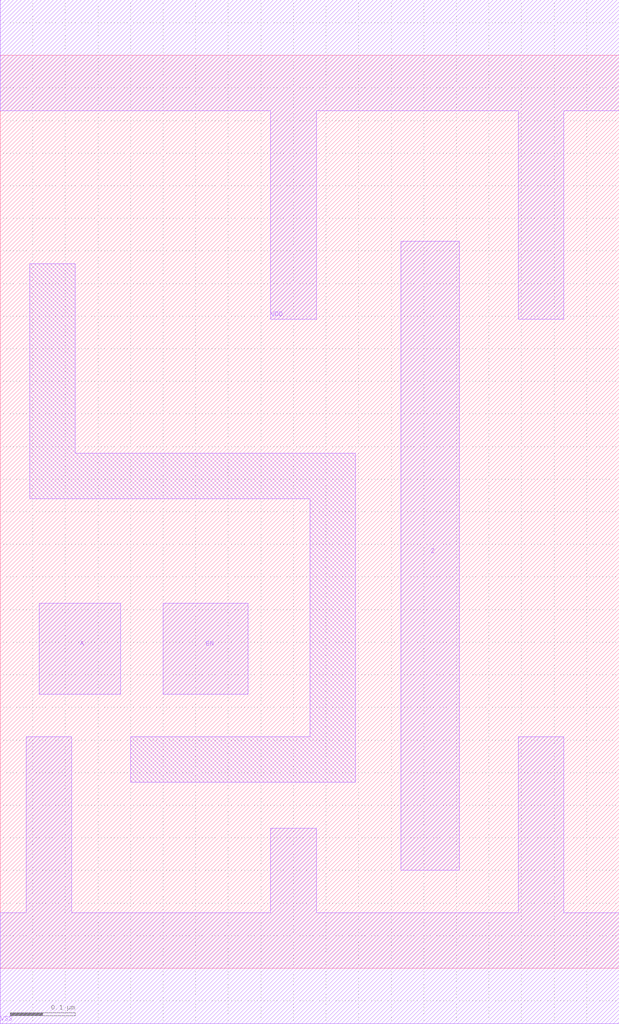
<source format=lef>
# 
# ******************************************************************************
# *                                                                            *
# *                   Copyright (C) 2004-2011, Nangate Inc.                    *
# *                           All rights reserved.                             *
# *                                                                            *
# * Nangate and the Nangate logo are trademarks of Nangate Inc.                *
# *                                                                            *
# * All trademarks, logos, software marks, and trade names (collectively the   *
# * "Marks") in this program are proprietary to Nangate or other respective    *
# * owners that have granted Nangate the right and license to use such Marks.  *
# * You are not permitted to use the Marks without the prior written consent   *
# * of Nangate or such third party that may own the Marks.                     *
# *                                                                            *
# * This file has been provided pursuant to a License Agreement containing     *
# * restrictions on its use. This file contains valuable trade secrets and     *
# * proprietary information of Nangate Inc., and is protected by U.S. and      *
# * international laws and/or treaties.                                        *
# *                                                                            *
# * The copyright notice(s) in this file does not indicate actual or intended  *
# * publication of this file.                                                  *
# *                                                                            *
# *     NGLibraryCreator, v2010.08-HR32-SP3-2010-08-05 - build 1009061800      *
# *                                                                            *
# ******************************************************************************
# 
# 
# Running on server08.nangate.com for user Giancarlo Franciscatto (gfr).
# Local time is now Thu, 6 Jan 2011, 18:10:28.
# Main process id is 3320.

VERSION 5.6 ;
BUSBITCHARS "[]" ;
DIVIDERCHAR "/" ;

MACRO ISO_FENCE1_X4
  CLASS core ;
  FOREIGN ISO_FENCE1_X4 0.0 0.0 ;
  ORIGIN 0 0 ;
  SYMMETRY X Y ;
  SITE FreePDK45_38x28_10R_NP_162NW_34O ;
  SIZE 0.95 BY 1.4 ;
  PIN A
    DIRECTION INPUT ;
    ANTENNAPARTIALMETALAREA 0.0175 LAYER metal1 ;
    ANTENNAPARTIALMETALSIDEAREA 0.0689 LAYER metal1 ;
    ANTENNAGATEAREA 0.037 ;
    PORT
      LAYER metal1 ;
        POLYGON 0.06 0.42 0.185 0.42 0.185 0.56 0.06 0.56  ;
    END
  END A
  PIN EN
    DIRECTION INPUT ;
    ANTENNAPARTIALMETALAREA 0.0182 LAYER metal1 ;
    ANTENNAPARTIALMETALSIDEAREA 0.0702 LAYER metal1 ;
    ANTENNAGATEAREA 0.037 ;
    PORT
      LAYER metal1 ;
        POLYGON 0.25 0.42 0.38 0.42 0.38 0.56 0.25 0.56  ;
    END
  END EN
  PIN Z
    DIRECTION OUTPUT ;
    ANTENNAPARTIALMETALAREA 0.08685 LAYER metal1 ;
    ANTENNAPARTIALMETALSIDEAREA 0.2743 LAYER metal1 ;
    ANTENNADIFFAREA 0.1008 ;
    PORT
      LAYER metal1 ;
        POLYGON 0.615 0.15 0.705 0.15 0.705 1.115 0.615 1.115  ;
    END
  END Z
  PIN VDD
    DIRECTION INOUT ;
    USE power ;
    SHAPE ABUTMENT ;
    PORT
      LAYER metal1 ;
        POLYGON 0 1.315 0.415 1.315 0.415 0.995 0.485 0.995 0.485 1.315 0.545 1.315 0.795 1.315 0.795 0.995 0.865 0.995 0.865 1.315 0.95 1.315 0.95 1.485 0.545 1.485 0 1.485  ;
    END
  END VDD
  PIN VSS
    DIRECTION INOUT ;
    USE ground ;
    SHAPE ABUTMENT ;
    PORT
      LAYER metal1 ;
        POLYGON 0 -0.085 0.95 -0.085 0.95 0.085 0.865 0.085 0.865 0.355 0.795 0.355 0.795 0.085 0.485 0.085 0.485 0.215 0.415 0.215 0.415 0.085 0.11 0.085 0.11 0.355 0.04 0.355 0.04 0.085 0 0.085  ;
    END
  END VSS
  OBS
      LAYER metal1 ;
        POLYGON 0.045 0.72 0.475 0.72 0.475 0.355 0.2 0.355 0.2 0.285 0.545 0.285 0.545 0.79 0.115 0.79 0.115 1.08 0.045 1.08  ;
  END
END ISO_FENCE1_X4

END LIBRARY
#
# End of file
#

</source>
